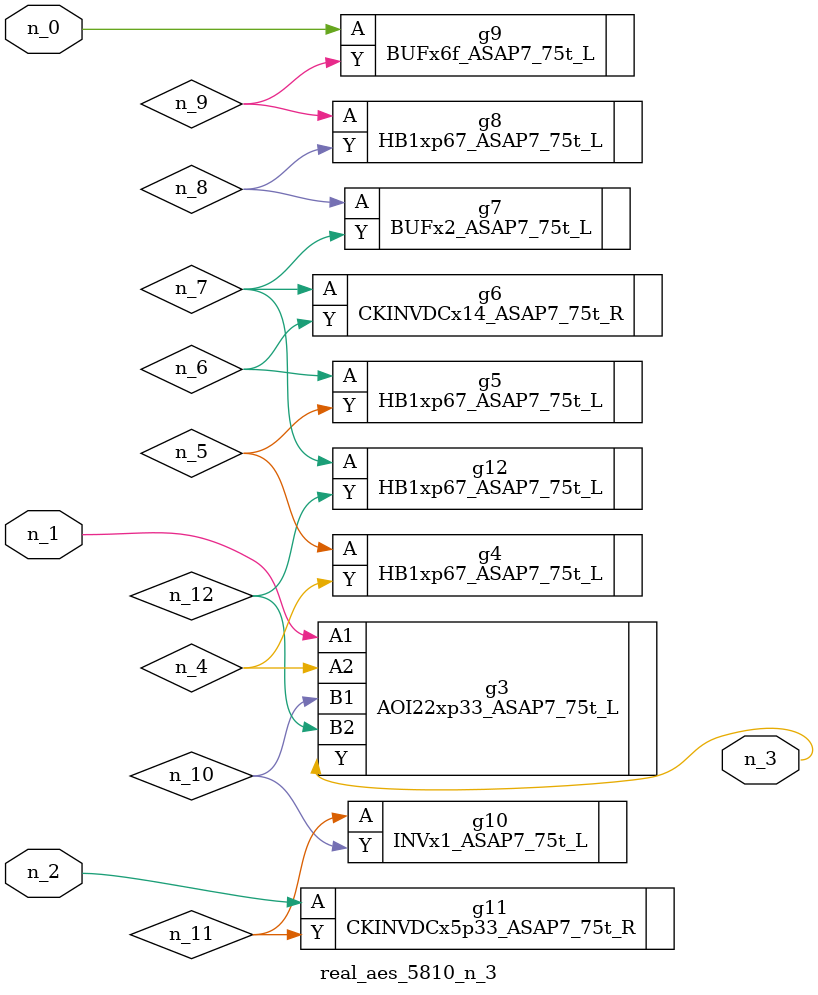
<source format=v>
module real_aes_5810_n_3 (n_0, n_2, n_1, n_3);
input n_0;
input n_2;
input n_1;
output n_3;
wire n_4;
wire n_5;
wire n_7;
wire n_8;
wire n_12;
wire n_6;
wire n_9;
wire n_10;
wire n_11;
BUFx6f_ASAP7_75t_L g9 ( .A(n_0), .Y(n_9) );
AOI22xp33_ASAP7_75t_L g3 ( .A1(n_1), .A2(n_4), .B1(n_10), .B2(n_12), .Y(n_3) );
CKINVDCx5p33_ASAP7_75t_R g11 ( .A(n_2), .Y(n_11) );
HB1xp67_ASAP7_75t_L g4 ( .A(n_5), .Y(n_4) );
HB1xp67_ASAP7_75t_L g5 ( .A(n_6), .Y(n_5) );
CKINVDCx14_ASAP7_75t_R g6 ( .A(n_7), .Y(n_6) );
HB1xp67_ASAP7_75t_L g12 ( .A(n_7), .Y(n_12) );
BUFx2_ASAP7_75t_L g7 ( .A(n_8), .Y(n_7) );
HB1xp67_ASAP7_75t_L g8 ( .A(n_9), .Y(n_8) );
INVx1_ASAP7_75t_L g10 ( .A(n_11), .Y(n_10) );
endmodule
</source>
